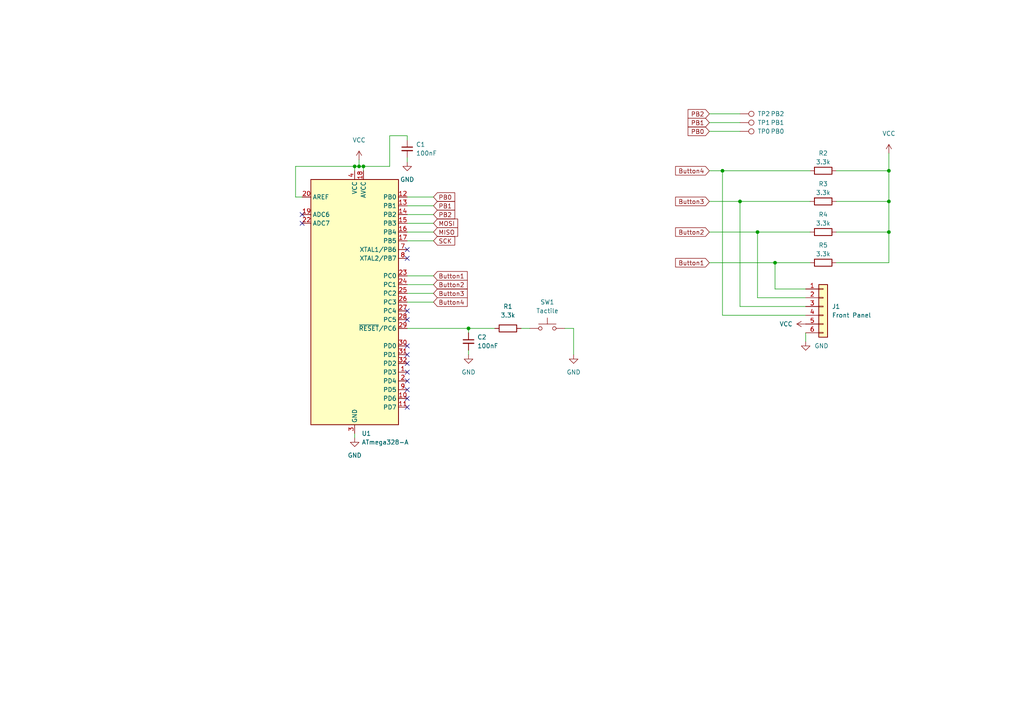
<source format=kicad_sch>
(kicad_sch (version 20211123) (generator eeschema)

  (uuid e63e39d7-6ac0-4ffd-8aa3-1841a4541b55)

  (paper "A4")

  (lib_symbols
    (symbol "Connector:TestPoint" (pin_numbers hide) (pin_names (offset 0.762) hide) (in_bom yes) (on_board yes)
      (property "Reference" "TP" (id 0) (at 0 6.858 0)
        (effects (font (size 1.27 1.27)))
      )
      (property "Value" "TestPoint" (id 1) (at 0 5.08 0)
        (effects (font (size 1.27 1.27)))
      )
      (property "Footprint" "" (id 2) (at 5.08 0 0)
        (effects (font (size 1.27 1.27)) hide)
      )
      (property "Datasheet" "~" (id 3) (at 5.08 0 0)
        (effects (font (size 1.27 1.27)) hide)
      )
      (property "ki_keywords" "test point tp" (id 4) (at 0 0 0)
        (effects (font (size 1.27 1.27)) hide)
      )
      (property "ki_description" "test point" (id 5) (at 0 0 0)
        (effects (font (size 1.27 1.27)) hide)
      )
      (property "ki_fp_filters" "Pin* Test*" (id 6) (at 0 0 0)
        (effects (font (size 1.27 1.27)) hide)
      )
      (symbol "TestPoint_0_1"
        (circle (center 0 3.302) (radius 0.762)
          (stroke (width 0) (type default) (color 0 0 0 0))
          (fill (type none))
        )
      )
      (symbol "TestPoint_1_1"
        (pin passive line (at 0 0 90) (length 2.54)
          (name "1" (effects (font (size 1.27 1.27))))
          (number "1" (effects (font (size 1.27 1.27))))
        )
      )
    )
    (symbol "Connector_Generic:Conn_01x06" (pin_names (offset 1.016) hide) (in_bom yes) (on_board yes)
      (property "Reference" "J" (id 0) (at 0 7.62 0)
        (effects (font (size 1.27 1.27)))
      )
      (property "Value" "Conn_01x06" (id 1) (at 0 -10.16 0)
        (effects (font (size 1.27 1.27)))
      )
      (property "Footprint" "" (id 2) (at 0 0 0)
        (effects (font (size 1.27 1.27)) hide)
      )
      (property "Datasheet" "~" (id 3) (at 0 0 0)
        (effects (font (size 1.27 1.27)) hide)
      )
      (property "ki_keywords" "connector" (id 4) (at 0 0 0)
        (effects (font (size 1.27 1.27)) hide)
      )
      (property "ki_description" "Generic connector, single row, 01x06, script generated (kicad-library-utils/schlib/autogen/connector/)" (id 5) (at 0 0 0)
        (effects (font (size 1.27 1.27)) hide)
      )
      (property "ki_fp_filters" "Connector*:*_1x??_*" (id 6) (at 0 0 0)
        (effects (font (size 1.27 1.27)) hide)
      )
      (symbol "Conn_01x06_1_1"
        (rectangle (start -1.27 -7.493) (end 0 -7.747)
          (stroke (width 0.1524) (type default) (color 0 0 0 0))
          (fill (type none))
        )
        (rectangle (start -1.27 -4.953) (end 0 -5.207)
          (stroke (width 0.1524) (type default) (color 0 0 0 0))
          (fill (type none))
        )
        (rectangle (start -1.27 -2.413) (end 0 -2.667)
          (stroke (width 0.1524) (type default) (color 0 0 0 0))
          (fill (type none))
        )
        (rectangle (start -1.27 0.127) (end 0 -0.127)
          (stroke (width 0.1524) (type default) (color 0 0 0 0))
          (fill (type none))
        )
        (rectangle (start -1.27 2.667) (end 0 2.413)
          (stroke (width 0.1524) (type default) (color 0 0 0 0))
          (fill (type none))
        )
        (rectangle (start -1.27 5.207) (end 0 4.953)
          (stroke (width 0.1524) (type default) (color 0 0 0 0))
          (fill (type none))
        )
        (rectangle (start -1.27 6.35) (end 1.27 -8.89)
          (stroke (width 0.254) (type default) (color 0 0 0 0))
          (fill (type background))
        )
        (pin passive line (at -5.08 5.08 0) (length 3.81)
          (name "Pin_1" (effects (font (size 1.27 1.27))))
          (number "1" (effects (font (size 1.27 1.27))))
        )
        (pin passive line (at -5.08 2.54 0) (length 3.81)
          (name "Pin_2" (effects (font (size 1.27 1.27))))
          (number "2" (effects (font (size 1.27 1.27))))
        )
        (pin passive line (at -5.08 0 0) (length 3.81)
          (name "Pin_3" (effects (font (size 1.27 1.27))))
          (number "3" (effects (font (size 1.27 1.27))))
        )
        (pin passive line (at -5.08 -2.54 0) (length 3.81)
          (name "Pin_4" (effects (font (size 1.27 1.27))))
          (number "4" (effects (font (size 1.27 1.27))))
        )
        (pin passive line (at -5.08 -5.08 0) (length 3.81)
          (name "Pin_5" (effects (font (size 1.27 1.27))))
          (number "5" (effects (font (size 1.27 1.27))))
        )
        (pin passive line (at -5.08 -7.62 0) (length 3.81)
          (name "Pin_6" (effects (font (size 1.27 1.27))))
          (number "6" (effects (font (size 1.27 1.27))))
        )
      )
    )
    (symbol "Device:C_Small" (pin_numbers hide) (pin_names (offset 0.254) hide) (in_bom yes) (on_board yes)
      (property "Reference" "C" (id 0) (at 0.254 1.778 0)
        (effects (font (size 1.27 1.27)) (justify left))
      )
      (property "Value" "C_Small" (id 1) (at 0.254 -2.032 0)
        (effects (font (size 1.27 1.27)) (justify left))
      )
      (property "Footprint" "" (id 2) (at 0 0 0)
        (effects (font (size 1.27 1.27)) hide)
      )
      (property "Datasheet" "~" (id 3) (at 0 0 0)
        (effects (font (size 1.27 1.27)) hide)
      )
      (property "ki_keywords" "capacitor cap" (id 4) (at 0 0 0)
        (effects (font (size 1.27 1.27)) hide)
      )
      (property "ki_description" "Unpolarized capacitor, small symbol" (id 5) (at 0 0 0)
        (effects (font (size 1.27 1.27)) hide)
      )
      (property "ki_fp_filters" "C_*" (id 6) (at 0 0 0)
        (effects (font (size 1.27 1.27)) hide)
      )
      (symbol "C_Small_0_1"
        (polyline
          (pts
            (xy -1.524 -0.508)
            (xy 1.524 -0.508)
          )
          (stroke (width 0.3302) (type default) (color 0 0 0 0))
          (fill (type none))
        )
        (polyline
          (pts
            (xy -1.524 0.508)
            (xy 1.524 0.508)
          )
          (stroke (width 0.3048) (type default) (color 0 0 0 0))
          (fill (type none))
        )
      )
      (symbol "C_Small_1_1"
        (pin passive line (at 0 2.54 270) (length 2.032)
          (name "~" (effects (font (size 1.27 1.27))))
          (number "1" (effects (font (size 1.27 1.27))))
        )
        (pin passive line (at 0 -2.54 90) (length 2.032)
          (name "~" (effects (font (size 1.27 1.27))))
          (number "2" (effects (font (size 1.27 1.27))))
        )
      )
    )
    (symbol "Device:R" (pin_numbers hide) (pin_names (offset 0)) (in_bom yes) (on_board yes)
      (property "Reference" "R" (id 0) (at 2.032 0 90)
        (effects (font (size 1.27 1.27)))
      )
      (property "Value" "R" (id 1) (at 0 0 90)
        (effects (font (size 1.27 1.27)))
      )
      (property "Footprint" "" (id 2) (at -1.778 0 90)
        (effects (font (size 1.27 1.27)) hide)
      )
      (property "Datasheet" "~" (id 3) (at 0 0 0)
        (effects (font (size 1.27 1.27)) hide)
      )
      (property "ki_keywords" "R res resistor" (id 4) (at 0 0 0)
        (effects (font (size 1.27 1.27)) hide)
      )
      (property "ki_description" "Resistor" (id 5) (at 0 0 0)
        (effects (font (size 1.27 1.27)) hide)
      )
      (property "ki_fp_filters" "R_*" (id 6) (at 0 0 0)
        (effects (font (size 1.27 1.27)) hide)
      )
      (symbol "R_0_1"
        (rectangle (start -1.016 -2.54) (end 1.016 2.54)
          (stroke (width 0.254) (type default) (color 0 0 0 0))
          (fill (type none))
        )
      )
      (symbol "R_1_1"
        (pin passive line (at 0 3.81 270) (length 1.27)
          (name "~" (effects (font (size 1.27 1.27))))
          (number "1" (effects (font (size 1.27 1.27))))
        )
        (pin passive line (at 0 -3.81 90) (length 1.27)
          (name "~" (effects (font (size 1.27 1.27))))
          (number "2" (effects (font (size 1.27 1.27))))
        )
      )
    )
    (symbol "MCU_Microchip_ATmega:ATmega328-A" (in_bom yes) (on_board yes)
      (property "Reference" "U" (id 0) (at -12.7 36.83 0)
        (effects (font (size 1.27 1.27)) (justify left bottom))
      )
      (property "Value" "ATmega328-A" (id 1) (at 2.54 -36.83 0)
        (effects (font (size 1.27 1.27)) (justify left top))
      )
      (property "Footprint" "Package_QFP:TQFP-32_7x7mm_P0.8mm" (id 2) (at 0 0 0)
        (effects (font (size 1.27 1.27) italic) hide)
      )
      (property "Datasheet" "http://ww1.microchip.com/downloads/en/DeviceDoc/ATmega328_P%20AVR%20MCU%20with%20picoPower%20Technology%20Data%20Sheet%2040001984A.pdf" (id 3) (at 0 0 0)
        (effects (font (size 1.27 1.27)) hide)
      )
      (property "ki_keywords" "AVR 8bit Microcontroller MegaAVR" (id 4) (at 0 0 0)
        (effects (font (size 1.27 1.27)) hide)
      )
      (property "ki_description" "20MHz, 32kB Flash, 2kB SRAM, 1kB EEPROM, TQFP-32" (id 5) (at 0 0 0)
        (effects (font (size 1.27 1.27)) hide)
      )
      (property "ki_fp_filters" "TQFP*7x7mm*P0.8mm*" (id 6) (at 0 0 0)
        (effects (font (size 1.27 1.27)) hide)
      )
      (symbol "ATmega328-A_0_1"
        (rectangle (start -12.7 -35.56) (end 12.7 35.56)
          (stroke (width 0.254) (type default) (color 0 0 0 0))
          (fill (type background))
        )
      )
      (symbol "ATmega328-A_1_1"
        (pin bidirectional line (at 15.24 -20.32 180) (length 2.54)
          (name "PD3" (effects (font (size 1.27 1.27))))
          (number "1" (effects (font (size 1.27 1.27))))
        )
        (pin bidirectional line (at 15.24 -27.94 180) (length 2.54)
          (name "PD6" (effects (font (size 1.27 1.27))))
          (number "10" (effects (font (size 1.27 1.27))))
        )
        (pin bidirectional line (at 15.24 -30.48 180) (length 2.54)
          (name "PD7" (effects (font (size 1.27 1.27))))
          (number "11" (effects (font (size 1.27 1.27))))
        )
        (pin bidirectional line (at 15.24 30.48 180) (length 2.54)
          (name "PB0" (effects (font (size 1.27 1.27))))
          (number "12" (effects (font (size 1.27 1.27))))
        )
        (pin bidirectional line (at 15.24 27.94 180) (length 2.54)
          (name "PB1" (effects (font (size 1.27 1.27))))
          (number "13" (effects (font (size 1.27 1.27))))
        )
        (pin bidirectional line (at 15.24 25.4 180) (length 2.54)
          (name "PB2" (effects (font (size 1.27 1.27))))
          (number "14" (effects (font (size 1.27 1.27))))
        )
        (pin bidirectional line (at 15.24 22.86 180) (length 2.54)
          (name "PB3" (effects (font (size 1.27 1.27))))
          (number "15" (effects (font (size 1.27 1.27))))
        )
        (pin bidirectional line (at 15.24 20.32 180) (length 2.54)
          (name "PB4" (effects (font (size 1.27 1.27))))
          (number "16" (effects (font (size 1.27 1.27))))
        )
        (pin bidirectional line (at 15.24 17.78 180) (length 2.54)
          (name "PB5" (effects (font (size 1.27 1.27))))
          (number "17" (effects (font (size 1.27 1.27))))
        )
        (pin power_in line (at 2.54 38.1 270) (length 2.54)
          (name "AVCC" (effects (font (size 1.27 1.27))))
          (number "18" (effects (font (size 1.27 1.27))))
        )
        (pin input line (at -15.24 25.4 0) (length 2.54)
          (name "ADC6" (effects (font (size 1.27 1.27))))
          (number "19" (effects (font (size 1.27 1.27))))
        )
        (pin bidirectional line (at 15.24 -22.86 180) (length 2.54)
          (name "PD4" (effects (font (size 1.27 1.27))))
          (number "2" (effects (font (size 1.27 1.27))))
        )
        (pin passive line (at -15.24 30.48 0) (length 2.54)
          (name "AREF" (effects (font (size 1.27 1.27))))
          (number "20" (effects (font (size 1.27 1.27))))
        )
        (pin passive line (at 0 -38.1 90) (length 2.54) hide
          (name "GND" (effects (font (size 1.27 1.27))))
          (number "21" (effects (font (size 1.27 1.27))))
        )
        (pin input line (at -15.24 22.86 0) (length 2.54)
          (name "ADC7" (effects (font (size 1.27 1.27))))
          (number "22" (effects (font (size 1.27 1.27))))
        )
        (pin bidirectional line (at 15.24 7.62 180) (length 2.54)
          (name "PC0" (effects (font (size 1.27 1.27))))
          (number "23" (effects (font (size 1.27 1.27))))
        )
        (pin bidirectional line (at 15.24 5.08 180) (length 2.54)
          (name "PC1" (effects (font (size 1.27 1.27))))
          (number "24" (effects (font (size 1.27 1.27))))
        )
        (pin bidirectional line (at 15.24 2.54 180) (length 2.54)
          (name "PC2" (effects (font (size 1.27 1.27))))
          (number "25" (effects (font (size 1.27 1.27))))
        )
        (pin bidirectional line (at 15.24 0 180) (length 2.54)
          (name "PC3" (effects (font (size 1.27 1.27))))
          (number "26" (effects (font (size 1.27 1.27))))
        )
        (pin bidirectional line (at 15.24 -2.54 180) (length 2.54)
          (name "PC4" (effects (font (size 1.27 1.27))))
          (number "27" (effects (font (size 1.27 1.27))))
        )
        (pin bidirectional line (at 15.24 -5.08 180) (length 2.54)
          (name "PC5" (effects (font (size 1.27 1.27))))
          (number "28" (effects (font (size 1.27 1.27))))
        )
        (pin bidirectional line (at 15.24 -7.62 180) (length 2.54)
          (name "~{RESET}/PC6" (effects (font (size 1.27 1.27))))
          (number "29" (effects (font (size 1.27 1.27))))
        )
        (pin power_in line (at 0 -38.1 90) (length 2.54)
          (name "GND" (effects (font (size 1.27 1.27))))
          (number "3" (effects (font (size 1.27 1.27))))
        )
        (pin bidirectional line (at 15.24 -12.7 180) (length 2.54)
          (name "PD0" (effects (font (size 1.27 1.27))))
          (number "30" (effects (font (size 1.27 1.27))))
        )
        (pin bidirectional line (at 15.24 -15.24 180) (length 2.54)
          (name "PD1" (effects (font (size 1.27 1.27))))
          (number "31" (effects (font (size 1.27 1.27))))
        )
        (pin bidirectional line (at 15.24 -17.78 180) (length 2.54)
          (name "PD2" (effects (font (size 1.27 1.27))))
          (number "32" (effects (font (size 1.27 1.27))))
        )
        (pin power_in line (at 0 38.1 270) (length 2.54)
          (name "VCC" (effects (font (size 1.27 1.27))))
          (number "4" (effects (font (size 1.27 1.27))))
        )
        (pin passive line (at 0 -38.1 90) (length 2.54) hide
          (name "GND" (effects (font (size 1.27 1.27))))
          (number "5" (effects (font (size 1.27 1.27))))
        )
        (pin passive line (at 0 38.1 270) (length 2.54) hide
          (name "VCC" (effects (font (size 1.27 1.27))))
          (number "6" (effects (font (size 1.27 1.27))))
        )
        (pin bidirectional line (at 15.24 15.24 180) (length 2.54)
          (name "XTAL1/PB6" (effects (font (size 1.27 1.27))))
          (number "7" (effects (font (size 1.27 1.27))))
        )
        (pin bidirectional line (at 15.24 12.7 180) (length 2.54)
          (name "XTAL2/PB7" (effects (font (size 1.27 1.27))))
          (number "8" (effects (font (size 1.27 1.27))))
        )
        (pin bidirectional line (at 15.24 -25.4 180) (length 2.54)
          (name "PD5" (effects (font (size 1.27 1.27))))
          (number "9" (effects (font (size 1.27 1.27))))
        )
      )
    )
    (symbol "Switch:SW_Push" (pin_numbers hide) (pin_names (offset 1.016) hide) (in_bom yes) (on_board yes)
      (property "Reference" "SW" (id 0) (at 1.27 2.54 0)
        (effects (font (size 1.27 1.27)) (justify left))
      )
      (property "Value" "SW_Push" (id 1) (at 0 -1.524 0)
        (effects (font (size 1.27 1.27)))
      )
      (property "Footprint" "" (id 2) (at 0 5.08 0)
        (effects (font (size 1.27 1.27)) hide)
      )
      (property "Datasheet" "~" (id 3) (at 0 5.08 0)
        (effects (font (size 1.27 1.27)) hide)
      )
      (property "ki_keywords" "switch normally-open pushbutton push-button" (id 4) (at 0 0 0)
        (effects (font (size 1.27 1.27)) hide)
      )
      (property "ki_description" "Push button switch, generic, two pins" (id 5) (at 0 0 0)
        (effects (font (size 1.27 1.27)) hide)
      )
      (symbol "SW_Push_0_1"
        (circle (center -2.032 0) (radius 0.508)
          (stroke (width 0) (type default) (color 0 0 0 0))
          (fill (type none))
        )
        (polyline
          (pts
            (xy 0 1.27)
            (xy 0 3.048)
          )
          (stroke (width 0) (type default) (color 0 0 0 0))
          (fill (type none))
        )
        (polyline
          (pts
            (xy 2.54 1.27)
            (xy -2.54 1.27)
          )
          (stroke (width 0) (type default) (color 0 0 0 0))
          (fill (type none))
        )
        (circle (center 2.032 0) (radius 0.508)
          (stroke (width 0) (type default) (color 0 0 0 0))
          (fill (type none))
        )
        (pin passive line (at -5.08 0 0) (length 2.54)
          (name "1" (effects (font (size 1.27 1.27))))
          (number "1" (effects (font (size 1.27 1.27))))
        )
        (pin passive line (at 5.08 0 180) (length 2.54)
          (name "2" (effects (font (size 1.27 1.27))))
          (number "2" (effects (font (size 1.27 1.27))))
        )
      )
    )
    (symbol "power:GND" (power) (pin_names (offset 0)) (in_bom yes) (on_board yes)
      (property "Reference" "#PWR" (id 0) (at 0 -6.35 0)
        (effects (font (size 1.27 1.27)) hide)
      )
      (property "Value" "GND" (id 1) (at 0 -3.81 0)
        (effects (font (size 1.27 1.27)))
      )
      (property "Footprint" "" (id 2) (at 0 0 0)
        (effects (font (size 1.27 1.27)) hide)
      )
      (property "Datasheet" "" (id 3) (at 0 0 0)
        (effects (font (size 1.27 1.27)) hide)
      )
      (property "ki_keywords" "power-flag" (id 4) (at 0 0 0)
        (effects (font (size 1.27 1.27)) hide)
      )
      (property "ki_description" "Power symbol creates a global label with name \"GND\" , ground" (id 5) (at 0 0 0)
        (effects (font (size 1.27 1.27)) hide)
      )
      (symbol "GND_0_1"
        (polyline
          (pts
            (xy 0 0)
            (xy 0 -1.27)
            (xy 1.27 -1.27)
            (xy 0 -2.54)
            (xy -1.27 -1.27)
            (xy 0 -1.27)
          )
          (stroke (width 0) (type default) (color 0 0 0 0))
          (fill (type none))
        )
      )
      (symbol "GND_1_1"
        (pin power_in line (at 0 0 270) (length 0) hide
          (name "GND" (effects (font (size 1.27 1.27))))
          (number "1" (effects (font (size 1.27 1.27))))
        )
      )
    )
    (symbol "power:VCC" (power) (pin_names (offset 0)) (in_bom yes) (on_board yes)
      (property "Reference" "#PWR" (id 0) (at 0 -3.81 0)
        (effects (font (size 1.27 1.27)) hide)
      )
      (property "Value" "VCC" (id 1) (at 0 3.81 0)
        (effects (font (size 1.27 1.27)))
      )
      (property "Footprint" "" (id 2) (at 0 0 0)
        (effects (font (size 1.27 1.27)) hide)
      )
      (property "Datasheet" "" (id 3) (at 0 0 0)
        (effects (font (size 1.27 1.27)) hide)
      )
      (property "ki_keywords" "power-flag" (id 4) (at 0 0 0)
        (effects (font (size 1.27 1.27)) hide)
      )
      (property "ki_description" "Power symbol creates a global label with name \"VCC\"" (id 5) (at 0 0 0)
        (effects (font (size 1.27 1.27)) hide)
      )
      (symbol "VCC_0_1"
        (polyline
          (pts
            (xy -0.762 1.27)
            (xy 0 2.54)
          )
          (stroke (width 0) (type default) (color 0 0 0 0))
          (fill (type none))
        )
        (polyline
          (pts
            (xy 0 0)
            (xy 0 2.54)
          )
          (stroke (width 0) (type default) (color 0 0 0 0))
          (fill (type none))
        )
        (polyline
          (pts
            (xy 0 2.54)
            (xy 0.762 1.27)
          )
          (stroke (width 0) (type default) (color 0 0 0 0))
          (fill (type none))
        )
      )
      (symbol "VCC_1_1"
        (pin power_in line (at 0 0 90) (length 0) hide
          (name "VCC" (effects (font (size 1.27 1.27))))
          (number "1" (effects (font (size 1.27 1.27))))
        )
      )
    )
  )

  (junction (at 135.89 95.25) (diameter 0) (color 0 0 0 0)
    (uuid 0dd3b038-ff2d-449c-ba33-b86a07aa72f3)
  )
  (junction (at 219.71 67.31) (diameter 0) (color 0 0 0 0)
    (uuid 10d9c65a-6973-4e73-9245-ea146ca41cf8)
  )
  (junction (at 257.81 49.53) (diameter 0) (color 0 0 0 0)
    (uuid 2396c535-88c5-486a-8113-ecf36ef05b59)
  )
  (junction (at 257.81 67.31) (diameter 0) (color 0 0 0 0)
    (uuid 34763e24-49bb-4b1e-9a0e-0718f057ff99)
  )
  (junction (at 224.79 76.2) (diameter 0) (color 0 0 0 0)
    (uuid 57233356-ad18-42c3-8d4b-180e6a7a7e04)
  )
  (junction (at 102.87 48.26) (diameter 0) (color 0 0 0 0)
    (uuid 67634f30-f646-498b-bdf6-2c355ff775e2)
  )
  (junction (at 104.14 48.26) (diameter 0) (color 0 0 0 0)
    (uuid 6a3dd930-2f9e-49a7-b6e6-1af9239d0ebe)
  )
  (junction (at 105.41 48.26) (diameter 0) (color 0 0 0 0)
    (uuid 7ed41555-72c9-4172-806a-a1159c0955ff)
  )
  (junction (at 214.63 58.42) (diameter 0) (color 0 0 0 0)
    (uuid 86fddeea-d59e-463d-b772-6f75cb058bcd)
  )
  (junction (at 257.81 58.42) (diameter 0) (color 0 0 0 0)
    (uuid d9b64201-4078-47a9-8fc6-d614327c2ac0)
  )
  (junction (at 209.55 49.53) (diameter 0) (color 0 0 0 0)
    (uuid f9bc761c-490c-4b6d-b8a7-907e4680c42d)
  )

  (no_connect (at 118.11 100.33) (uuid 03df0b63-b05a-40b5-b02c-034aac0ea9d6))
  (no_connect (at 118.11 113.03) (uuid 041b324c-9a93-4ef7-b35b-b1cedba1f365))
  (no_connect (at 118.11 90.17) (uuid 206ba2c5-be8f-4e1a-b2b8-e63fa4207287))
  (no_connect (at 118.11 105.41) (uuid 2f794b46-c9b7-41f4-97e3-30952e33544e))
  (no_connect (at 118.11 72.39) (uuid 330f753a-89bc-45a8-aa3e-dbbf61ab4f10))
  (no_connect (at 118.11 115.57) (uuid 5ae670a3-945a-4797-9314-23827bf2d2cf))
  (no_connect (at 118.11 110.49) (uuid 61929b3b-1acd-446b-84db-ebe24c073997))
  (no_connect (at 118.11 74.93) (uuid 6a94a8a9-bfbd-49c9-99c6-40120c6d26ea))
  (no_connect (at 87.63 64.77) (uuid 7837c6ed-f6e0-4510-8d4c-fed50c4e02cf))
  (no_connect (at 118.11 107.95) (uuid 7e5af2ff-c607-4ae5-98f3-f89a459cc20e))
  (no_connect (at 87.63 62.23) (uuid 963fabde-7c1a-4e42-9d4c-17c17a0f088e))
  (no_connect (at 118.11 92.71) (uuid 9c1441fd-a385-4895-865e-39478be2b62d))
  (no_connect (at 118.11 102.87) (uuid b8595a6a-1a28-4adc-acb8-aefd6a681e50))
  (no_connect (at 118.11 118.11) (uuid fe3c0885-8fbb-4911-8925-eff94f0e9fea))

  (wire (pts (xy 118.11 39.37) (xy 118.11 40.64))
    (stroke (width 0) (type default) (color 0 0 0 0))
    (uuid 04531dc9-b6b4-48ec-b64f-49a9ee23e9a4)
  )
  (wire (pts (xy 104.14 48.26) (xy 102.87 48.26))
    (stroke (width 0) (type default) (color 0 0 0 0))
    (uuid 04584e15-a59d-46d3-ab07-eafcbdcbf69a)
  )
  (wire (pts (xy 205.74 58.42) (xy 214.63 58.42))
    (stroke (width 0) (type default) (color 0 0 0 0))
    (uuid 0592c8de-7b96-4dcb-befb-040f181914c7)
  )
  (wire (pts (xy 85.725 57.15) (xy 85.725 48.26))
    (stroke (width 0) (type default) (color 0 0 0 0))
    (uuid 092b23a6-9662-464e-b485-7f6161ae967b)
  )
  (wire (pts (xy 257.81 58.42) (xy 257.81 49.53))
    (stroke (width 0) (type default) (color 0 0 0 0))
    (uuid 09a589c4-e39f-4b84-b5d9-9d16358cc94c)
  )
  (wire (pts (xy 118.11 57.15) (xy 125.73 57.15))
    (stroke (width 0) (type default) (color 0 0 0 0))
    (uuid 0da17683-3374-4414-86f4-102fa12b4dee)
  )
  (wire (pts (xy 105.41 48.26) (xy 105.41 49.53))
    (stroke (width 0) (type default) (color 0 0 0 0))
    (uuid 0dcd1806-f911-4b1d-b880-15f30daf95fc)
  )
  (wire (pts (xy 151.13 95.25) (xy 153.67 95.25))
    (stroke (width 0) (type default) (color 0 0 0 0))
    (uuid 1f11bb36-c850-444c-ba7e-05183d56322e)
  )
  (wire (pts (xy 209.55 49.53) (xy 234.95 49.53))
    (stroke (width 0) (type default) (color 0 0 0 0))
    (uuid 2183e84d-94b2-40e2-963e-56eef990a9e6)
  )
  (wire (pts (xy 242.57 67.31) (xy 257.81 67.31))
    (stroke (width 0) (type default) (color 0 0 0 0))
    (uuid 246dd283-8208-4c5c-b7ae-1c2b648b85be)
  )
  (wire (pts (xy 166.37 95.25) (xy 166.37 102.87))
    (stroke (width 0) (type default) (color 0 0 0 0))
    (uuid 28c4016b-9490-4d10-8536-acffb6e4d372)
  )
  (wire (pts (xy 118.11 82.55) (xy 125.73 82.55))
    (stroke (width 0) (type default) (color 0 0 0 0))
    (uuid 2d25998c-999a-4270-80ac-c6492ffd3107)
  )
  (wire (pts (xy 257.81 67.31) (xy 257.81 58.42))
    (stroke (width 0) (type default) (color 0 0 0 0))
    (uuid 2eefca2d-4faf-40d0-a520-fdc9aa748d6a)
  )
  (wire (pts (xy 118.11 87.63) (xy 125.73 87.63))
    (stroke (width 0) (type default) (color 0 0 0 0))
    (uuid 3353b9a3-23e1-4f53-8db7-c9fae72aecfa)
  )
  (wire (pts (xy 257.81 49.53) (xy 257.81 44.45))
    (stroke (width 0) (type default) (color 0 0 0 0))
    (uuid 37a52dda-7214-496e-97ef-c71e91fb79b5)
  )
  (wire (pts (xy 85.725 48.26) (xy 102.87 48.26))
    (stroke (width 0) (type default) (color 0 0 0 0))
    (uuid 42e45e2c-9977-480b-a863-c6494dbed837)
  )
  (wire (pts (xy 219.71 67.31) (xy 234.95 67.31))
    (stroke (width 0) (type default) (color 0 0 0 0))
    (uuid 42e613a9-eff7-4e50-a944-ba17596b3f0b)
  )
  (wire (pts (xy 118.11 64.77) (xy 125.73 64.77))
    (stroke (width 0) (type default) (color 0 0 0 0))
    (uuid 46dbddda-2fac-4f95-b132-f2e3382cc4a4)
  )
  (wire (pts (xy 104.14 46.355) (xy 104.14 48.26))
    (stroke (width 0) (type default) (color 0 0 0 0))
    (uuid 475720d5-8ac3-4830-bd72-28094d878073)
  )
  (wire (pts (xy 205.74 76.2) (xy 224.79 76.2))
    (stroke (width 0) (type default) (color 0 0 0 0))
    (uuid 506aeb6c-2546-4439-a486-1759d5417b83)
  )
  (wire (pts (xy 118.11 69.85) (xy 125.73 69.85))
    (stroke (width 0) (type default) (color 0 0 0 0))
    (uuid 51d88d34-e7c1-4ff4-9140-56d9a685a6a7)
  )
  (wire (pts (xy 104.14 48.26) (xy 105.41 48.26))
    (stroke (width 0) (type default) (color 0 0 0 0))
    (uuid 52edde95-211c-4b7d-be15-f61e89e344d7)
  )
  (wire (pts (xy 257.81 76.2) (xy 257.81 67.31))
    (stroke (width 0) (type default) (color 0 0 0 0))
    (uuid 544070ec-e4f6-4976-be18-3af9583abadd)
  )
  (wire (pts (xy 118.11 59.69) (xy 125.73 59.69))
    (stroke (width 0) (type default) (color 0 0 0 0))
    (uuid 544ccb17-478e-4002-91be-30a4b99a2e72)
  )
  (wire (pts (xy 205.74 33.02) (xy 214.63 33.02))
    (stroke (width 0) (type default) (color 0 0 0 0))
    (uuid 59b75c3f-2994-48f5-8f85-3415517fbb54)
  )
  (wire (pts (xy 113.03 48.26) (xy 113.03 39.37))
    (stroke (width 0) (type default) (color 0 0 0 0))
    (uuid 5eb333f8-1755-4c51-a09c-ad8f792bf8d6)
  )
  (wire (pts (xy 102.87 48.26) (xy 102.87 49.53))
    (stroke (width 0) (type default) (color 0 0 0 0))
    (uuid 67c7fa9e-3da1-4e48-8feb-7ec15d89ffc8)
  )
  (wire (pts (xy 135.89 95.25) (xy 135.89 96.52))
    (stroke (width 0) (type default) (color 0 0 0 0))
    (uuid 6818506f-d134-48b2-a396-779c2f5f5cee)
  )
  (wire (pts (xy 102.87 127) (xy 102.87 125.73))
    (stroke (width 0) (type default) (color 0 0 0 0))
    (uuid 694fd5f4-c111-44b1-b42c-1b87063c8ba5)
  )
  (wire (pts (xy 214.63 58.42) (xy 214.63 88.9))
    (stroke (width 0) (type default) (color 0 0 0 0))
    (uuid 6c9430e7-7cf1-4d5b-91b8-bd875cd11274)
  )
  (wire (pts (xy 224.79 76.2) (xy 224.79 83.82))
    (stroke (width 0) (type default) (color 0 0 0 0))
    (uuid 6dc3674f-4e1d-405c-b6a1-1c027274c4fe)
  )
  (wire (pts (xy 224.79 76.2) (xy 234.95 76.2))
    (stroke (width 0) (type default) (color 0 0 0 0))
    (uuid 6e7e7521-e69b-4ef3-b039-aa4e7747d86b)
  )
  (wire (pts (xy 118.11 67.31) (xy 125.73 67.31))
    (stroke (width 0) (type default) (color 0 0 0 0))
    (uuid 6ff398c0-55a6-4a89-9673-0222658975cf)
  )
  (wire (pts (xy 242.57 58.42) (xy 257.81 58.42))
    (stroke (width 0) (type default) (color 0 0 0 0))
    (uuid 73b79cfb-34f5-4109-ad65-564e4de6612e)
  )
  (wire (pts (xy 118.11 62.23) (xy 125.73 62.23))
    (stroke (width 0) (type default) (color 0 0 0 0))
    (uuid 7805caba-99ef-47d9-987a-83daba79d470)
  )
  (wire (pts (xy 87.63 57.15) (xy 85.725 57.15))
    (stroke (width 0) (type default) (color 0 0 0 0))
    (uuid 7be20364-1dac-4209-bd9c-56534f2e1f00)
  )
  (wire (pts (xy 118.11 85.09) (xy 125.73 85.09))
    (stroke (width 0) (type default) (color 0 0 0 0))
    (uuid 865c3073-b90d-485b-9548-727318e64330)
  )
  (wire (pts (xy 163.83 95.25) (xy 166.37 95.25))
    (stroke (width 0) (type default) (color 0 0 0 0))
    (uuid 891a0efc-79f3-430f-8291-9c9fa3f6bea2)
  )
  (wire (pts (xy 224.79 83.82) (xy 233.68 83.82))
    (stroke (width 0) (type default) (color 0 0 0 0))
    (uuid 8d19e37f-bac6-49f6-9106-0dd249480281)
  )
  (wire (pts (xy 105.41 48.26) (xy 113.03 48.26))
    (stroke (width 0) (type default) (color 0 0 0 0))
    (uuid 94185c22-baca-4c92-8213-cffddd6ce0d3)
  )
  (wire (pts (xy 205.74 67.31) (xy 219.71 67.31))
    (stroke (width 0) (type default) (color 0 0 0 0))
    (uuid 955ee0e8-be93-45fc-91ee-f32b9c76e559)
  )
  (wire (pts (xy 209.55 49.53) (xy 209.55 91.44))
    (stroke (width 0) (type default) (color 0 0 0 0))
    (uuid 977c3172-c65e-44e7-8cf9-ea534dd09707)
  )
  (wire (pts (xy 219.71 86.36) (xy 233.68 86.36))
    (stroke (width 0) (type default) (color 0 0 0 0))
    (uuid a1f957da-8ebf-47c6-b73c-e5c0e60aabbe)
  )
  (wire (pts (xy 113.03 39.37) (xy 118.11 39.37))
    (stroke (width 0) (type default) (color 0 0 0 0))
    (uuid aa745b87-3e87-40aa-be9d-0c059cbb55ba)
  )
  (wire (pts (xy 205.74 38.1) (xy 214.63 38.1))
    (stroke (width 0) (type default) (color 0 0 0 0))
    (uuid ab458817-4ffe-4d59-b0ee-6464eb67dc31)
  )
  (wire (pts (xy 242.57 49.53) (xy 257.81 49.53))
    (stroke (width 0) (type default) (color 0 0 0 0))
    (uuid ab601a05-c357-4a2a-9981-1a93ec682df4)
  )
  (wire (pts (xy 135.89 101.6) (xy 135.89 102.87))
    (stroke (width 0) (type default) (color 0 0 0 0))
    (uuid bd6e8c59-79f4-4a0f-b596-2be675935f49)
  )
  (wire (pts (xy 118.11 95.25) (xy 135.89 95.25))
    (stroke (width 0) (type default) (color 0 0 0 0))
    (uuid c45c34ae-e0d6-4235-93d4-79279ab799fd)
  )
  (wire (pts (xy 205.74 49.53) (xy 209.55 49.53))
    (stroke (width 0) (type default) (color 0 0 0 0))
    (uuid c97b029c-370e-4ada-ad20-4d2abb56062a)
  )
  (wire (pts (xy 118.11 80.01) (xy 125.73 80.01))
    (stroke (width 0) (type default) (color 0 0 0 0))
    (uuid cb1d801c-57a5-45d3-b4ad-08d3df96004f)
  )
  (wire (pts (xy 118.11 45.72) (xy 118.11 46.99))
    (stroke (width 0) (type default) (color 0 0 0 0))
    (uuid d00a8fc0-7bcd-4de9-96c8-4524b8a186cd)
  )
  (wire (pts (xy 242.57 76.2) (xy 257.81 76.2))
    (stroke (width 0) (type default) (color 0 0 0 0))
    (uuid dcd010dc-2e6e-45ac-b229-f41f3ad7a637)
  )
  (wire (pts (xy 214.63 58.42) (xy 234.95 58.42))
    (stroke (width 0) (type default) (color 0 0 0 0))
    (uuid ddd11dde-ed3d-4f40-9d5a-1ff841ebd916)
  )
  (wire (pts (xy 219.71 67.31) (xy 219.71 86.36))
    (stroke (width 0) (type default) (color 0 0 0 0))
    (uuid e0f710ea-4655-4596-9148-e657c726f094)
  )
  (wire (pts (xy 214.63 88.9) (xy 233.68 88.9))
    (stroke (width 0) (type default) (color 0 0 0 0))
    (uuid e45caaf1-9340-419d-9a59-4c9bebdef369)
  )
  (wire (pts (xy 135.89 95.25) (xy 143.51 95.25))
    (stroke (width 0) (type default) (color 0 0 0 0))
    (uuid e5c74967-821a-4d34-b841-6947aad5fe5a)
  )
  (wire (pts (xy 205.74 35.56) (xy 214.63 35.56))
    (stroke (width 0) (type default) (color 0 0 0 0))
    (uuid f54dcf18-11ee-426d-b656-54daa5f79835)
  )
  (wire (pts (xy 233.68 96.52) (xy 233.68 99.06))
    (stroke (width 0) (type default) (color 0 0 0 0))
    (uuid f79d88d2-3406-43dd-9ade-9a82b2097f25)
  )
  (wire (pts (xy 209.55 91.44) (xy 233.68 91.44))
    (stroke (width 0) (type default) (color 0 0 0 0))
    (uuid ff77e1b5-47f5-43f3-a874-94f7d6c62e74)
  )

  (global_label "Button2" (shape input) (at 125.73 82.55 0) (fields_autoplaced)
    (effects (font (size 1.27 1.27)) (justify left))
    (uuid 1f74d5a2-0748-4c65-9121-b606ab55741e)
    (property "Intersheet References" "${INTERSHEET_REFS}" (id 0) (at 135.5212 82.4706 0)
      (effects (font (size 1.27 1.27)) (justify left) hide)
    )
  )
  (global_label "MOSI" (shape input) (at 125.73 64.77 0) (fields_autoplaced)
    (effects (font (size 1.27 1.27)) (justify left))
    (uuid 23ef0fac-71b1-4f54-a7e7-0691d7535249)
    (property "Intersheet References" "${INTERSHEET_REFS}" (id 0) (at 132.7393 64.6906 0)
      (effects (font (size 1.27 1.27)) (justify left) hide)
    )
  )
  (global_label "PB0" (shape input) (at 205.74 38.1 180) (fields_autoplaced)
    (effects (font (size 1.27 1.27)) (justify right))
    (uuid 2ea5e3ae-3d8b-4d74-9c2e-0cc05e9909a4)
    (property "Intersheet References" "${INTERSHEET_REFS}" (id 0) (at 199.5774 38.1794 0)
      (effects (font (size 1.27 1.27)) (justify right) hide)
    )
  )
  (global_label "PB1" (shape input) (at 205.74 35.56 180) (fields_autoplaced)
    (effects (font (size 1.27 1.27)) (justify right))
    (uuid 40c1d762-5270-4427-9d38-835aad4a1cac)
    (property "Intersheet References" "${INTERSHEET_REFS}" (id 0) (at 199.5774 35.6394 0)
      (effects (font (size 1.27 1.27)) (justify right) hide)
    )
  )
  (global_label "PB0" (shape input) (at 125.73 57.15 0) (fields_autoplaced)
    (effects (font (size 1.27 1.27)) (justify left))
    (uuid 4312946f-bed8-43ae-85ef-ef4d4ce09b98)
    (property "Intersheet References" "${INTERSHEET_REFS}" (id 0) (at 131.8926 57.0706 0)
      (effects (font (size 1.27 1.27)) (justify left) hide)
    )
  )
  (global_label "PB2" (shape input) (at 205.74 33.02 180) (fields_autoplaced)
    (effects (font (size 1.27 1.27)) (justify right))
    (uuid 52f81676-bba3-4c88-b0d9-7df26e0a8b0e)
    (property "Intersheet References" "${INTERSHEET_REFS}" (id 0) (at 199.5774 33.0994 0)
      (effects (font (size 1.27 1.27)) (justify right) hide)
    )
  )
  (global_label "SCK" (shape input) (at 125.73 69.85 0) (fields_autoplaced)
    (effects (font (size 1.27 1.27)) (justify left))
    (uuid 589497bd-293f-4e50-8048-7ac8f02dd43e)
    (property "Intersheet References" "${INTERSHEET_REFS}" (id 0) (at 131.8926 69.7706 0)
      (effects (font (size 1.27 1.27)) (justify left) hide)
    )
  )
  (global_label "Button3" (shape input) (at 125.73 85.09 0) (fields_autoplaced)
    (effects (font (size 1.27 1.27)) (justify left))
    (uuid 6a39c58f-f706-416d-8bff-0b47ece7e88c)
    (property "Intersheet References" "${INTERSHEET_REFS}" (id 0) (at 135.5212 85.0106 0)
      (effects (font (size 1.27 1.27)) (justify left) hide)
    )
  )
  (global_label "PB2" (shape input) (at 125.73 62.23 0) (fields_autoplaced)
    (effects (font (size 1.27 1.27)) (justify left))
    (uuid 7691a653-1dac-4b8e-a338-421eb5f9f516)
    (property "Intersheet References" "${INTERSHEET_REFS}" (id 0) (at 131.8926 62.1506 0)
      (effects (font (size 1.27 1.27)) (justify left) hide)
    )
  )
  (global_label "Button3" (shape input) (at 205.74 58.42 180) (fields_autoplaced)
    (effects (font (size 1.27 1.27)) (justify right))
    (uuid 7adefab1-1142-4fc9-b6cc-ee26d71b61d4)
    (property "Intersheet References" "${INTERSHEET_REFS}" (id 0) (at 195.9488 58.4994 0)
      (effects (font (size 1.27 1.27)) (justify right) hide)
    )
  )
  (global_label "Button4" (shape input) (at 205.74 49.53 180) (fields_autoplaced)
    (effects (font (size 1.27 1.27)) (justify right))
    (uuid 822e8040-0f90-435c-a516-20159d348c19)
    (property "Intersheet References" "${INTERSHEET_REFS}" (id 0) (at 195.9488 49.6094 0)
      (effects (font (size 1.27 1.27)) (justify right) hide)
    )
  )
  (global_label "Button4" (shape input) (at 125.73 87.63 0) (fields_autoplaced)
    (effects (font (size 1.27 1.27)) (justify left))
    (uuid 9f1d7db3-2382-40b5-8b9b-c7170e864a26)
    (property "Intersheet References" "${INTERSHEET_REFS}" (id 0) (at 135.5212 87.5506 0)
      (effects (font (size 1.27 1.27)) (justify left) hide)
    )
  )
  (global_label "PB1" (shape input) (at 125.73 59.69 0) (fields_autoplaced)
    (effects (font (size 1.27 1.27)) (justify left))
    (uuid b4cddbfb-955a-41e7-8f1d-e601c75a9253)
    (property "Intersheet References" "${INTERSHEET_REFS}" (id 0) (at 131.8926 59.6106 0)
      (effects (font (size 1.27 1.27)) (justify left) hide)
    )
  )
  (global_label "Button2" (shape input) (at 205.74 67.31 180) (fields_autoplaced)
    (effects (font (size 1.27 1.27)) (justify right))
    (uuid b9ee91fd-2f27-4e07-97ae-ea8023e86571)
    (property "Intersheet References" "${INTERSHEET_REFS}" (id 0) (at 195.9488 67.3894 0)
      (effects (font (size 1.27 1.27)) (justify right) hide)
    )
  )
  (global_label "MISO" (shape input) (at 125.73 67.31 0) (fields_autoplaced)
    (effects (font (size 1.27 1.27)) (justify left))
    (uuid cbe6df12-529c-4b15-851d-fb7ff22b8047)
    (property "Intersheet References" "${INTERSHEET_REFS}" (id 0) (at 132.7393 67.2306 0)
      (effects (font (size 1.27 1.27)) (justify left) hide)
    )
  )
  (global_label "Button1" (shape input) (at 205.74 76.2 180) (fields_autoplaced)
    (effects (font (size 1.27 1.27)) (justify right))
    (uuid ea86c087-4a2b-4091-b9c5-0e231212327e)
    (property "Intersheet References" "${INTERSHEET_REFS}" (id 0) (at 195.9488 76.2794 0)
      (effects (font (size 1.27 1.27)) (justify right) hide)
    )
  )
  (global_label "Button1" (shape input) (at 125.73 80.01 0) (fields_autoplaced)
    (effects (font (size 1.27 1.27)) (justify left))
    (uuid f6ebdeb1-8356-41f8-aef5-a882f96ea707)
    (property "Intersheet References" "${INTERSHEET_REFS}" (id 0) (at 135.5212 79.9306 0)
      (effects (font (size 1.27 1.27)) (justify left) hide)
    )
  )

  (symbol (lib_id "MCU_Microchip_ATmega:ATmega328-A") (at 102.87 87.63 0) (unit 1)
    (in_bom yes) (on_board yes) (fields_autoplaced)
    (uuid 19947266-d718-4a7e-8ce7-a9e04db709cf)
    (property "Reference" "U1" (id 0) (at 104.8894 125.73 0)
      (effects (font (size 1.27 1.27)) (justify left))
    )
    (property "Value" "" (id 1) (at 104.8894 128.27 0)
      (effects (font (size 1.27 1.27)) (justify left))
    )
    (property "Footprint" "" (id 2) (at 102.87 87.63 0)
      (effects (font (size 1.27 1.27) italic) hide)
    )
    (property "Datasheet" "http://ww1.microchip.com/downloads/en/DeviceDoc/ATmega328_P%20AVR%20MCU%20with%20picoPower%20Technology%20Data%20Sheet%2040001984A.pdf" (id 3) (at 102.87 87.63 0)
      (effects (font (size 1.27 1.27)) hide)
    )
    (pin "1" (uuid a771c02c-8b53-42d8-99ed-0a81252d0009))
    (pin "10" (uuid 92f3f87e-5e1a-419d-afde-68dd17a44605))
    (pin "11" (uuid 3a343692-2c55-4f37-9ead-c72b1953e9cb))
    (pin "12" (uuid 83d289e8-09e9-450f-aa29-e4a965c20aed))
    (pin "13" (uuid c139b080-c6d0-4461-9e29-74d2b8793fec))
    (pin "14" (uuid e07fa649-4e13-4bee-aaed-86e11b4662cd))
    (pin "15" (uuid 7e540c88-b84d-4388-8437-b417fdc7497f))
    (pin "16" (uuid 9c8ec97b-24c7-44ce-984c-6152db0371aa))
    (pin "17" (uuid 5e55078b-97af-4c80-838b-eaf4f630bb7a))
    (pin "18" (uuid 9510165e-3a21-421a-9d20-c6065294b8e2))
    (pin "19" (uuid 059050bd-8528-4253-99a9-2b538d18cf46))
    (pin "2" (uuid f93750aa-9072-471e-8eda-727f7c99e298))
    (pin "20" (uuid 6a4191db-6adc-4433-b658-a6bfdfa95a8a))
    (pin "21" (uuid accfdd65-ff36-4857-91ff-9c83807ce9b1))
    (pin "22" (uuid 060e7195-8501-4e09-8c43-1c823c24812a))
    (pin "23" (uuid 16f5debb-7b35-41b9-bae0-84ba2f44a466))
    (pin "24" (uuid 997cb231-50c8-4d21-8ed8-7374ef99c345))
    (pin "25" (uuid c609c484-2253-4f34-947c-2a26d9dba820))
    (pin "26" (uuid 5e372dc8-30ff-4a61-8ed0-592ad0944ea6))
    (pin "27" (uuid 5bffc67e-1f19-4ce8-a04b-5942212e56a5))
    (pin "28" (uuid a9942b9f-63fc-470a-be46-0575b71f7cd0))
    (pin "29" (uuid e78c6541-571c-4ae3-b37a-ce88f45e4767))
    (pin "3" (uuid ae817417-642a-4517-bfa0-c08fe16c7e5b))
    (pin "30" (uuid 65c529da-f295-4b48-a2d2-3cba281c7fd8))
    (pin "31" (uuid 9414e889-e605-4406-8118-efabd53f9003))
    (pin "32" (uuid 8fb055dc-8170-4106-aa22-4b8db6cb5fa9))
    (pin "4" (uuid 5e8722e9-7b43-46a9-8d22-878ec7a7e611))
    (pin "5" (uuid 1407bcdb-092b-40e2-b543-e87309754b16))
    (pin "6" (uuid c41f1e29-aebd-4106-9e20-ba3cc383b8ef))
    (pin "7" (uuid bf369b9c-273d-46f2-9162-086fc0edb50e))
    (pin "8" (uuid d2876e9b-6795-46e8-877a-953cac4c8682))
    (pin "9" (uuid 7d7dfbee-e276-47ab-a29b-12b4be9b22c4))
  )

  (symbol (lib_id "power:GND") (at 135.89 102.87 0) (unit 1)
    (in_bom yes) (on_board yes) (fields_autoplaced)
    (uuid 39e702b3-b03a-427b-bbf4-f524e040e574)
    (property "Reference" "#PWR0102" (id 0) (at 135.89 109.22 0)
      (effects (font (size 1.27 1.27)) hide)
    )
    (property "Value" "GND" (id 1) (at 135.89 107.95 0))
    (property "Footprint" "" (id 2) (at 135.89 102.87 0)
      (effects (font (size 1.27 1.27)) hide)
    )
    (property "Datasheet" "" (id 3) (at 135.89 102.87 0)
      (effects (font (size 1.27 1.27)) hide)
    )
    (pin "1" (uuid 2a5d0aea-dc52-4b6a-b303-cce3f090fa4b))
  )

  (symbol (lib_id "Device:R") (at 238.76 67.31 90) (unit 1)
    (in_bom yes) (on_board yes)
    (uuid 3b07d7aa-57f3-4896-a02f-fdac41802789)
    (property "Reference" "R4" (id 0) (at 238.76 62.23 90))
    (property "Value" "3.3k" (id 1) (at 238.76 64.77 90))
    (property "Footprint" "Resistor_SMD:R_1206_3216Metric" (id 2) (at 238.76 69.088 90)
      (effects (font (size 1.27 1.27)) hide)
    )
    (property "Datasheet" "~" (id 3) (at 238.76 67.31 0)
      (effects (font (size 1.27 1.27)) hide)
    )
    (pin "1" (uuid 8b852f1d-41f9-49ce-8053-caf1048d4921))
    (pin "2" (uuid 8451b0a5-2579-4d03-bc19-09273c9d3011))
  )

  (symbol (lib_id "Connector:TestPoint") (at 214.63 35.56 270) (unit 1)
    (in_bom yes) (on_board yes)
    (uuid 3bc648a4-b0ea-4073-bb05-279b5f7e3c3a)
    (property "Reference" "TP1" (id 0) (at 219.71 35.5599 90)
      (effects (font (size 1.27 1.27)) (justify left))
    )
    (property "Value" "" (id 1) (at 223.52 35.56 90)
      (effects (font (size 1.27 1.27)) (justify left))
    )
    (property "Footprint" "" (id 2) (at 214.63 40.64 0)
      (effects (font (size 1.27 1.27)) hide)
    )
    (property "Datasheet" "~" (id 3) (at 214.63 40.64 0)
      (effects (font (size 1.27 1.27)) hide)
    )
    (pin "1" (uuid 836e4781-0f16-477f-9fc4-e229f27dac77))
  )

  (symbol (lib_id "Connector:TestPoint") (at 214.63 33.02 270) (unit 1)
    (in_bom yes) (on_board yes)
    (uuid 568a74a5-048a-4fd9-8ea2-961fca4d0516)
    (property "Reference" "TP2" (id 0) (at 219.71 33.0199 90)
      (effects (font (size 1.27 1.27)) (justify left))
    )
    (property "Value" "" (id 1) (at 223.52 33.02 90)
      (effects (font (size 1.27 1.27)) (justify left))
    )
    (property "Footprint" "" (id 2) (at 214.63 38.1 0)
      (effects (font (size 1.27 1.27)) hide)
    )
    (property "Datasheet" "~" (id 3) (at 214.63 38.1 0)
      (effects (font (size 1.27 1.27)) hide)
    )
    (pin "1" (uuid 225ae272-5b73-45a7-a5ae-17f86a068098))
  )

  (symbol (lib_id "power:VCC") (at 257.81 44.45 0) (unit 1)
    (in_bom yes) (on_board yes) (fields_autoplaced)
    (uuid 5eac11a5-d3af-41d0-a437-852c16a4f494)
    (property "Reference" "#PWR0106" (id 0) (at 257.81 48.26 0)
      (effects (font (size 1.27 1.27)) hide)
    )
    (property "Value" "VCC" (id 1) (at 257.81 38.735 0))
    (property "Footprint" "" (id 2) (at 257.81 44.45 0)
      (effects (font (size 1.27 1.27)) hide)
    )
    (property "Datasheet" "" (id 3) (at 257.81 44.45 0)
      (effects (font (size 1.27 1.27)) hide)
    )
    (pin "1" (uuid b4e1188a-94ff-40b9-b6c5-d9be5d0d1f9a))
  )

  (symbol (lib_id "Connector_Generic:Conn_01x06") (at 238.76 88.9 0) (unit 1)
    (in_bom yes) (on_board yes) (fields_autoplaced)
    (uuid 617a4db6-bbbf-453a-b2e7-c4c0ad39f35d)
    (property "Reference" "J1" (id 0) (at 241.3 88.8999 0)
      (effects (font (size 1.27 1.27)) (justify left))
    )
    (property "Value" "" (id 1) (at 241.3 91.4399 0)
      (effects (font (size 1.27 1.27)) (justify left))
    )
    (property "Footprint" "" (id 2) (at 238.76 88.9 0)
      (effects (font (size 1.27 1.27)) hide)
    )
    (property "Datasheet" "~" (id 3) (at 238.76 88.9 0)
      (effects (font (size 1.27 1.27)) hide)
    )
    (pin "1" (uuid c245de36-8e9c-4cc7-b28f-19058c22ef76))
    (pin "2" (uuid bcbc7bcb-39f2-470f-b845-3e88ceaf4138))
    (pin "3" (uuid 51966bd0-af93-475e-b4ba-5b42f8ce2a50))
    (pin "4" (uuid f61396c6-adc1-4841-8add-7b7bc62f3d55))
    (pin "5" (uuid 47f80065-18ed-4358-8e74-ea03658ee289))
    (pin "6" (uuid 45274ce3-46e5-4660-b72c-6bc9e079aca5))
  )

  (symbol (lib_id "power:VCC") (at 233.68 93.98 90) (unit 1)
    (in_bom yes) (on_board yes)
    (uuid 72ae3495-c24a-4196-acdb-cba6853ce2a1)
    (property "Reference" "#PWR0107" (id 0) (at 237.49 93.98 0)
      (effects (font (size 1.27 1.27)) hide)
    )
    (property "Value" "VCC" (id 1) (at 226.06 93.98 90)
      (effects (font (size 1.27 1.27)) (justify right))
    )
    (property "Footprint" "" (id 2) (at 233.68 93.98 0)
      (effects (font (size 1.27 1.27)) hide)
    )
    (property "Datasheet" "" (id 3) (at 233.68 93.98 0)
      (effects (font (size 1.27 1.27)) hide)
    )
    (pin "1" (uuid 7d4fcc68-d739-45ab-a0b4-3854de97f3b7))
  )

  (symbol (lib_id "power:GND") (at 166.37 102.87 0) (unit 1)
    (in_bom yes) (on_board yes) (fields_autoplaced)
    (uuid 8c42f404-f5ec-47cb-9bb3-cd2781b367b7)
    (property "Reference" "#PWR0103" (id 0) (at 166.37 109.22 0)
      (effects (font (size 1.27 1.27)) hide)
    )
    (property "Value" "GND" (id 1) (at 166.37 107.95 0))
    (property "Footprint" "" (id 2) (at 166.37 102.87 0)
      (effects (font (size 1.27 1.27)) hide)
    )
    (property "Datasheet" "" (id 3) (at 166.37 102.87 0)
      (effects (font (size 1.27 1.27)) hide)
    )
    (pin "1" (uuid 8a3a5828-88d2-4a24-b0e4-931a3efef933))
  )

  (symbol (lib_id "power:GND") (at 233.68 99.06 0) (unit 1)
    (in_bom yes) (on_board yes) (fields_autoplaced)
    (uuid 97462808-b8ad-46a8-bbe5-6c4d4db640be)
    (property "Reference" "#PWR0108" (id 0) (at 233.68 105.41 0)
      (effects (font (size 1.27 1.27)) hide)
    )
    (property "Value" "GND" (id 1) (at 236.22 100.3299 0)
      (effects (font (size 1.27 1.27)) (justify left))
    )
    (property "Footprint" "" (id 2) (at 233.68 99.06 0)
      (effects (font (size 1.27 1.27)) hide)
    )
    (property "Datasheet" "" (id 3) (at 233.68 99.06 0)
      (effects (font (size 1.27 1.27)) hide)
    )
    (pin "1" (uuid d37e161c-f202-4b66-a969-8439e124fc31))
  )

  (symbol (lib_id "power:GND") (at 102.87 127 0) (unit 1)
    (in_bom yes) (on_board yes) (fields_autoplaced)
    (uuid 9b85ccd6-b92f-447e-bba7-d9080e360992)
    (property "Reference" "#PWR0101" (id 0) (at 102.87 133.35 0)
      (effects (font (size 1.27 1.27)) hide)
    )
    (property "Value" "" (id 1) (at 102.87 132.08 0))
    (property "Footprint" "" (id 2) (at 102.87 127 0)
      (effects (font (size 1.27 1.27)) hide)
    )
    (property "Datasheet" "" (id 3) (at 102.87 127 0)
      (effects (font (size 1.27 1.27)) hide)
    )
    (pin "1" (uuid defd568e-8531-458a-92a1-746818cd1260))
  )

  (symbol (lib_id "power:VCC") (at 104.14 46.355 0) (unit 1)
    (in_bom yes) (on_board yes) (fields_autoplaced)
    (uuid b05de7ca-a659-467a-84b1-52a60302fca4)
    (property "Reference" "#PWR0104" (id 0) (at 104.14 50.165 0)
      (effects (font (size 1.27 1.27)) hide)
    )
    (property "Value" "" (id 1) (at 104.14 40.64 0))
    (property "Footprint" "" (id 2) (at 104.14 46.355 0)
      (effects (font (size 1.27 1.27)) hide)
    )
    (property "Datasheet" "" (id 3) (at 104.14 46.355 0)
      (effects (font (size 1.27 1.27)) hide)
    )
    (pin "1" (uuid 3856022b-991c-4aa2-97f4-b7b438fba46c))
  )

  (symbol (lib_id "Device:R") (at 147.32 95.25 90) (unit 1)
    (in_bom yes) (on_board yes) (fields_autoplaced)
    (uuid c0d256a5-13f8-43b8-b94b-15599e7c7c82)
    (property "Reference" "R1" (id 0) (at 147.32 88.9 90))
    (property "Value" "" (id 1) (at 147.32 91.44 90))
    (property "Footprint" "" (id 2) (at 147.32 97.028 90)
      (effects (font (size 1.27 1.27)) hide)
    )
    (property "Datasheet" "~" (id 3) (at 147.32 95.25 0)
      (effects (font (size 1.27 1.27)) hide)
    )
    (pin "1" (uuid bbad5cb4-eff5-4bb2-9ace-eb52d4114da2))
    (pin "2" (uuid fb03ed41-e676-4880-8b95-afb38b23e511))
  )

  (symbol (lib_id "Device:R") (at 238.76 76.2 90) (unit 1)
    (in_bom yes) (on_board yes)
    (uuid c41b477e-9cd1-46cb-af56-99a369d3cf21)
    (property "Reference" "R5" (id 0) (at 238.76 71.12 90))
    (property "Value" "3.3k" (id 1) (at 238.76 73.66 90))
    (property "Footprint" "Resistor_SMD:R_1206_3216Metric" (id 2) (at 238.76 77.978 90)
      (effects (font (size 1.27 1.27)) hide)
    )
    (property "Datasheet" "~" (id 3) (at 238.76 76.2 0)
      (effects (font (size 1.27 1.27)) hide)
    )
    (pin "1" (uuid e5b08369-288f-4d82-b186-1d721f297e58))
    (pin "2" (uuid 0891e348-411c-476b-ad4c-4b4d24bcb61d))
  )

  (symbol (lib_id "Device:R") (at 238.76 58.42 90) (unit 1)
    (in_bom yes) (on_board yes)
    (uuid d74a8419-1ac2-4ca4-bcb0-3d4efdf6260a)
    (property "Reference" "R3" (id 0) (at 238.76 53.34 90))
    (property "Value" "3.3k" (id 1) (at 238.76 55.88 90))
    (property "Footprint" "Resistor_SMD:R_1206_3216Metric" (id 2) (at 238.76 60.198 90)
      (effects (font (size 1.27 1.27)) hide)
    )
    (property "Datasheet" "~" (id 3) (at 238.76 58.42 0)
      (effects (font (size 1.27 1.27)) hide)
    )
    (pin "1" (uuid 8f6dbcc3-d12e-4dc3-9dc6-e1a9b0f27cf6))
    (pin "2" (uuid b3d302da-d7f2-45be-8d08-9847d8386258))
  )

  (symbol (lib_id "Switch:SW_Push") (at 158.75 95.25 0) (unit 1)
    (in_bom yes) (on_board yes) (fields_autoplaced)
    (uuid dca39ae6-fd67-4a17-84a1-db9668f8731a)
    (property "Reference" "SW1" (id 0) (at 158.75 87.63 0))
    (property "Value" "" (id 1) (at 158.75 90.17 0))
    (property "Footprint" "" (id 2) (at 158.75 90.17 0)
      (effects (font (size 1.27 1.27)) hide)
    )
    (property "Datasheet" "~" (id 3) (at 158.75 90.17 0)
      (effects (font (size 1.27 1.27)) hide)
    )
    (pin "1" (uuid 75daaa40-029d-46c0-83f8-d8e486b7b712))
    (pin "2" (uuid 14a6dcd8-4f7a-4700-ae28-9b693b69bb3c))
  )

  (symbol (lib_id "Device:C_Small") (at 135.89 99.06 0) (unit 1)
    (in_bom yes) (on_board yes) (fields_autoplaced)
    (uuid e43ada38-823c-4057-9638-de98d798a67a)
    (property "Reference" "C2" (id 0) (at 138.43 97.7962 0)
      (effects (font (size 1.27 1.27)) (justify left))
    )
    (property "Value" "" (id 1) (at 138.43 100.3362 0)
      (effects (font (size 1.27 1.27)) (justify left))
    )
    (property "Footprint" "" (id 2) (at 135.89 99.06 0)
      (effects (font (size 1.27 1.27)) hide)
    )
    (property "Datasheet" "~" (id 3) (at 135.89 99.06 0)
      (effects (font (size 1.27 1.27)) hide)
    )
    (pin "1" (uuid 59189bc9-6b4c-470c-b584-4c711ef38eea))
    (pin "2" (uuid 65680fff-83a2-4f82-beaf-901119a6531e))
  )

  (symbol (lib_id "power:GND") (at 118.11 46.99 0) (unit 1)
    (in_bom yes) (on_board yes) (fields_autoplaced)
    (uuid e6b5ad36-83bd-4e33-8748-07ed39e34065)
    (property "Reference" "#PWR0105" (id 0) (at 118.11 53.34 0)
      (effects (font (size 1.27 1.27)) hide)
    )
    (property "Value" "GND" (id 1) (at 118.11 52.07 0))
    (property "Footprint" "" (id 2) (at 118.11 46.99 0)
      (effects (font (size 1.27 1.27)) hide)
    )
    (property "Datasheet" "" (id 3) (at 118.11 46.99 0)
      (effects (font (size 1.27 1.27)) hide)
    )
    (pin "1" (uuid d409203d-ed42-4596-a9f9-4ee3cc13c55d))
  )

  (symbol (lib_id "Connector:TestPoint") (at 214.63 38.1 270) (unit 1)
    (in_bom yes) (on_board yes)
    (uuid eee1edb8-760e-4ee7-93c4-c4083d9bc02d)
    (property "Reference" "TP0" (id 0) (at 219.71 38.0999 90)
      (effects (font (size 1.27 1.27)) (justify left))
    )
    (property "Value" "" (id 1) (at 223.52 38.1 90)
      (effects (font (size 1.27 1.27)) (justify left))
    )
    (property "Footprint" "" (id 2) (at 214.63 43.18 0)
      (effects (font (size 1.27 1.27)) hide)
    )
    (property "Datasheet" "~" (id 3) (at 214.63 43.18 0)
      (effects (font (size 1.27 1.27)) hide)
    )
    (pin "1" (uuid 7a9bd031-e1d0-4d38-a4f3-70be2e981690))
  )

  (symbol (lib_id "Device:C_Small") (at 118.11 43.18 0) (unit 1)
    (in_bom yes) (on_board yes) (fields_autoplaced)
    (uuid f73ae886-4308-4737-8af7-8ab5b094f24f)
    (property "Reference" "C1" (id 0) (at 120.65 41.9162 0)
      (effects (font (size 1.27 1.27)) (justify left))
    )
    (property "Value" "" (id 1) (at 120.65 44.4562 0)
      (effects (font (size 1.27 1.27)) (justify left))
    )
    (property "Footprint" "" (id 2) (at 118.11 43.18 0)
      (effects (font (size 1.27 1.27)) hide)
    )
    (property "Datasheet" "~" (id 3) (at 118.11 43.18 0)
      (effects (font (size 1.27 1.27)) hide)
    )
    (pin "1" (uuid e5cd080e-5d77-455a-94ea-0306fb41f0e7))
    (pin "2" (uuid 7bdd6d84-a9b4-4548-a2df-32a4e92e9b0c))
  )

  (symbol (lib_id "Device:R") (at 238.76 49.53 90) (unit 1)
    (in_bom yes) (on_board yes)
    (uuid ff7828c5-b37d-4552-b679-d6e50b16ed45)
    (property "Reference" "R2" (id 0) (at 238.76 44.45 90))
    (property "Value" "3.3k" (id 1) (at 238.76 46.99 90))
    (property "Footprint" "Resistor_SMD:R_1206_3216Metric" (id 2) (at 238.76 51.308 90)
      (effects (font (size 1.27 1.27)) hide)
    )
    (property "Datasheet" "~" (id 3) (at 238.76 49.53 0)
      (effects (font (size 1.27 1.27)) hide)
    )
    (pin "1" (uuid 9fd30702-1954-4be5-9bb9-a324a8a95477))
    (pin "2" (uuid 24c426a2-54b6-45c4-a5c6-364abdc7e7c5))
  )

  (sheet_instances
    (path "/" (page "1"))
  )

  (symbol_instances
    (path "/9b85ccd6-b92f-447e-bba7-d9080e360992"
      (reference "#PWR0101") (unit 1) (value "GND") (footprint "")
    )
    (path "/39e702b3-b03a-427b-bbf4-f524e040e574"
      (reference "#PWR0102") (unit 1) (value "GND") (footprint "")
    )
    (path "/8c42f404-f5ec-47cb-9bb3-cd2781b367b7"
      (reference "#PWR0103") (unit 1) (value "GND") (footprint "")
    )
    (path "/b05de7ca-a659-467a-84b1-52a60302fca4"
      (reference "#PWR0104") (unit 1) (value "VCC") (footprint "")
    )
    (path "/e6b5ad36-83bd-4e33-8748-07ed39e34065"
      (reference "#PWR0105") (unit 1) (value "GND") (footprint "")
    )
    (path "/5eac11a5-d3af-41d0-a437-852c16a4f494"
      (reference "#PWR0106") (unit 1) (value "VCC") (footprint "")
    )
    (path "/72ae3495-c24a-4196-acdb-cba6853ce2a1"
      (reference "#PWR0107") (unit 1) (value "VCC") (footprint "")
    )
    (path "/97462808-b8ad-46a8-bbe5-6c4d4db640be"
      (reference "#PWR0108") (unit 1) (value "GND") (footprint "")
    )
    (path "/f73ae886-4308-4737-8af7-8ab5b094f24f"
      (reference "C1") (unit 1) (value "100nF") (footprint "Capacitor_SMD:C_1206_3216Metric")
    )
    (path "/e43ada38-823c-4057-9638-de98d798a67a"
      (reference "C2") (unit 1) (value "100nF") (footprint "Capacitor_SMD:C_1206_3216Metric")
    )
    (path "/617a4db6-bbbf-453a-b2e7-c4c0ad39f35d"
      (reference "J1") (unit 1) (value "Front Panel") (footprint "Connector_JST:JST_PH_B6B-PH-K_1x06_P2.00mm_Vertical")
    )
    (path "/c0d256a5-13f8-43b8-b94b-15599e7c7c82"
      (reference "R1") (unit 1) (value "3.3k") (footprint "Resistor_SMD:R_1206_3216Metric")
    )
    (path "/ff7828c5-b37d-4552-b679-d6e50b16ed45"
      (reference "R2") (unit 1) (value "3.3k") (footprint "Resistor_SMD:R_1206_3216Metric")
    )
    (path "/d74a8419-1ac2-4ca4-bcb0-3d4efdf6260a"
      (reference "R3") (unit 1) (value "3.3k") (footprint "Resistor_SMD:R_1206_3216Metric")
    )
    (path "/3b07d7aa-57f3-4896-a02f-fdac41802789"
      (reference "R4") (unit 1) (value "3.3k") (footprint "Resistor_SMD:R_1206_3216Metric")
    )
    (path "/c41b477e-9cd1-46cb-af56-99a369d3cf21"
      (reference "R5") (unit 1) (value "3.3k") (footprint "Resistor_SMD:R_1206_3216Metric")
    )
    (path "/dca39ae6-fd67-4a17-84a1-db9668f8731a"
      (reference "SW1") (unit 1) (value "Tactile") (footprint "Button_Switch_THT:SW_PUSH_6mm_H4.3mm")
    )
    (path "/eee1edb8-760e-4ee7-93c4-c4083d9bc02d"
      (reference "TP0") (unit 1) (value "PB0") (footprint "TestPoint:TestPoint_Loop_D3.50mm_Drill1.4mm_Beaded")
    )
    (path "/3bc648a4-b0ea-4073-bb05-279b5f7e3c3a"
      (reference "TP1") (unit 1) (value "PB1") (footprint "TestPoint:TestPoint_Loop_D3.50mm_Drill1.4mm_Beaded")
    )
    (path "/568a74a5-048a-4fd9-8ea2-961fca4d0516"
      (reference "TP2") (unit 1) (value "PB2") (footprint "TestPoint:TestPoint_Loop_D3.50mm_Drill1.4mm_Beaded")
    )
    (path "/19947266-d718-4a7e-8ce7-a9e04db709cf"
      (reference "U1") (unit 1) (value "ATmega328-A") (footprint "Package_QFP:TQFP-32_7x7mm_P0.8mm")
    )
  )
)

</source>
